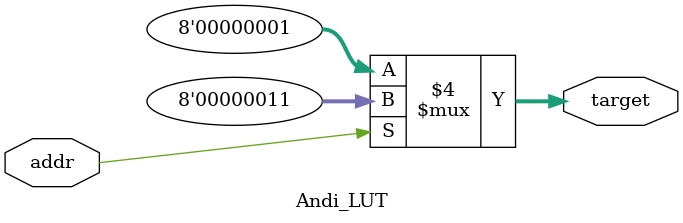
<source format=sv>
module Andi_LUT #(parameter D=8)(
  input       addr,	  //2 options
  output logic[D-1:0] target);

  always_comb begin
    if (!addr)
        target = 1;
    else //addr == 1
        target = 3;
  end

endmodule
</source>
